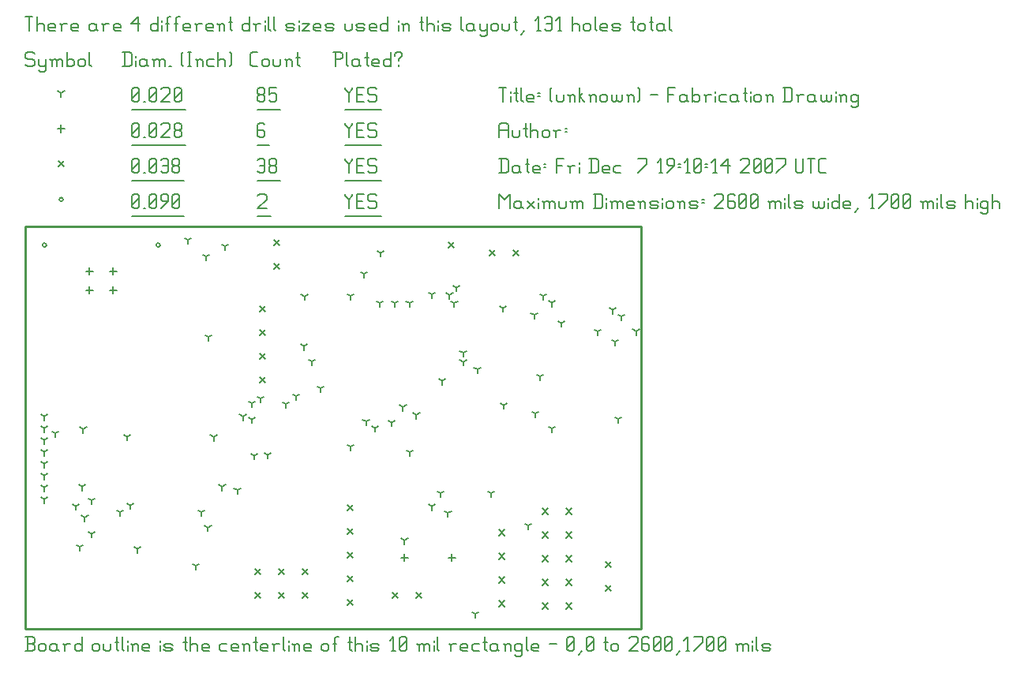
<source format=gbr>
G04 start of page 9 for group -3984 idx -3984
G04 Title: (unknown), fab *
G04 Creator: pcb 20070912 *
G04 CreationDate: Fri Dec  7 19:10:14 2007 UTC *
G04 For: sean *
G04 Format: Gerber/RS-274X *
G04 PCB-Dimensions: 260000 170000 *
G04 PCB-Coordinate-Origin: lower left *
%MOIN*%
%FSLAX24Y24*%
%LNFAB*%
%ADD11C,0.0100*%
%ADD43C,0.0060*%
%ADD44R,0.0080X0.0080*%
G54D44*X720Y16200D02*G75*G03X880Y16200I80J0D01*G01*
G75*G03X720Y16200I-80J0D01*G01*
X5520D02*G75*G03X5680Y16200I80J0D01*G01*
G75*G03X5520Y16200I-80J0D01*G01*
X1420Y18125D02*G75*G03X1580Y18125I80J0D01*G01*
G75*G03X1420Y18125I-80J0D01*G01*
G54D43*X13500Y18350D02*Y18275D01*
X13650Y18125D01*
X13800Y18275D01*
Y18350D02*Y18275D01*
X13650Y18125D02*Y17750D01*
X13980Y18050D02*X14205D01*
X13980Y17750D02*X14280D01*
X13980Y18350D02*Y17750D01*
Y18350D02*X14280D01*
X14760D02*X14835Y18275D01*
X14535Y18350D02*X14760D01*
X14460Y18275D02*X14535Y18350D01*
X14460Y18275D02*Y18125D01*
X14535Y18050D01*
X14760D01*
X14835Y17975D01*
Y17825D01*
X14760Y17750D02*X14835Y17825D01*
X14535Y17750D02*X14760D01*
X14460Y17825D02*X14535Y17750D01*
X13500Y17424D02*X15015D01*
X9800Y18275D02*X9875Y18350D01*
X10100D01*
X10175Y18275D01*
Y18125D01*
X9800Y17750D02*X10175Y18125D01*
X9800Y17750D02*X10175D01*
X9800Y17424D02*X10355D01*
X4500Y17825D02*X4575Y17750D01*
X4500Y18275D02*Y17825D01*
Y18275D02*X4575Y18350D01*
X4725D01*
X4800Y18275D01*
Y17825D01*
X4725Y17750D02*X4800Y17825D01*
X4575Y17750D02*X4725D01*
X4500Y17900D02*X4800Y18200D01*
X4980Y17750D02*X5055D01*
X5235Y17825D02*X5310Y17750D01*
X5235Y18275D02*Y17825D01*
Y18275D02*X5310Y18350D01*
X5460D01*
X5535Y18275D01*
Y17825D01*
X5460Y17750D02*X5535Y17825D01*
X5310Y17750D02*X5460D01*
X5235Y17900D02*X5535Y18200D01*
X5715Y17750D02*X6015Y18050D01*
Y18275D02*Y18050D01*
X5940Y18350D02*X6015Y18275D01*
X5790Y18350D02*X5940D01*
X5715Y18275D02*X5790Y18350D01*
X5715Y18275D02*Y18125D01*
X5790Y18050D01*
X6015D01*
X6195Y17825D02*X6270Y17750D01*
X6195Y18275D02*Y17825D01*
Y18275D02*X6270Y18350D01*
X6420D01*
X6495Y18275D01*
Y17825D01*
X6420Y17750D02*X6495Y17825D01*
X6270Y17750D02*X6420D01*
X6195Y17900D02*X6495Y18200D01*
X4500Y17424D02*X6675D01*
X17860Y16330D02*X18100Y16090D01*
X17860D02*X18100Y16330D01*
X10480Y16420D02*X10720Y16180D01*
X10480D02*X10720Y16420D01*
X10480Y15420D02*X10720Y15180D01*
X10480D02*X10720Y15420D01*
X19570Y15980D02*X19810Y15740D01*
X19570D02*X19810Y15980D01*
X20570D02*X20810Y15740D01*
X20570D02*X20810Y15980D01*
X19970Y4170D02*X20210Y3930D01*
X19970D02*X20210Y4170D01*
X19970Y3170D02*X20210Y2930D01*
X19970D02*X20210Y3170D01*
X19970Y2170D02*X20210Y1930D01*
X19970D02*X20210Y2170D01*
X19970Y1170D02*X20210Y930D01*
X19970D02*X20210Y1170D01*
X15480Y1520D02*X15720Y1280D01*
X15480D02*X15720Y1520D01*
X16480D02*X16720Y1280D01*
X16480D02*X16720Y1520D01*
X13580Y5220D02*X13820Y4980D01*
X13580D02*X13820Y5220D01*
X13580Y4220D02*X13820Y3980D01*
X13580D02*X13820Y4220D01*
X13580Y3220D02*X13820Y2980D01*
X13580D02*X13820Y3220D01*
X13580Y2220D02*X13820Y1980D01*
X13580D02*X13820Y2220D01*
X13580Y1220D02*X13820Y980D01*
X13580D02*X13820Y1220D01*
X24470Y1820D02*X24710Y1580D01*
X24470D02*X24710Y1820D01*
X24470Y2820D02*X24710Y2580D01*
X24470D02*X24710Y2820D01*
X9680Y1520D02*X9920Y1280D01*
X9680D02*X9920Y1520D01*
X9680Y2520D02*X9920Y2280D01*
X9680D02*X9920Y2520D01*
X10680Y1520D02*X10920Y1280D01*
X10680D02*X10920Y1520D01*
X10680Y2520D02*X10920Y2280D01*
X10680D02*X10920Y2520D01*
X11680Y1520D02*X11920Y1280D01*
X11680D02*X11920Y1520D01*
X11680Y2520D02*X11920Y2280D01*
X11680D02*X11920Y2520D01*
X21820Y5070D02*X22060Y4830D01*
X21820D02*X22060Y5070D01*
X22820D02*X23060Y4830D01*
X22820D02*X23060Y5070D01*
X21820Y4070D02*X22060Y3830D01*
X21820D02*X22060Y4070D01*
X22820D02*X23060Y3830D01*
X22820D02*X23060Y4070D01*
X21820Y3070D02*X22060Y2830D01*
X21820D02*X22060Y3070D01*
X22820D02*X23060Y2830D01*
X22820D02*X23060Y3070D01*
X21820Y2070D02*X22060Y1830D01*
X21820D02*X22060Y2070D01*
X22820D02*X23060Y1830D01*
X22820D02*X23060Y2070D01*
X21820Y1070D02*X22060Y830D01*
X21820D02*X22060Y1070D01*
X22820D02*X23060Y830D01*
X22820D02*X23060Y1070D01*
X9880Y13620D02*X10120Y13380D01*
X9880D02*X10120Y13620D01*
X9880Y12620D02*X10120Y12380D01*
X9880D02*X10120Y12620D01*
X9880Y11620D02*X10120Y11380D01*
X9880D02*X10120Y11620D01*
X9880Y10620D02*X10120Y10380D01*
X9880D02*X10120Y10620D01*
X1380Y19745D02*X1620Y19505D01*
X1380D02*X1620Y19745D01*
X13500Y19850D02*Y19775D01*
X13650Y19625D01*
X13800Y19775D01*
Y19850D02*Y19775D01*
X13650Y19625D02*Y19250D01*
X13980Y19550D02*X14205D01*
X13980Y19250D02*X14280D01*
X13980Y19850D02*Y19250D01*
Y19850D02*X14280D01*
X14760D02*X14835Y19775D01*
X14535Y19850D02*X14760D01*
X14460Y19775D02*X14535Y19850D01*
X14460Y19775D02*Y19625D01*
X14535Y19550D01*
X14760D01*
X14835Y19475D01*
Y19325D01*
X14760Y19250D02*X14835Y19325D01*
X14535Y19250D02*X14760D01*
X14460Y19325D02*X14535Y19250D01*
X13500Y18924D02*X15015D01*
X9800Y19775D02*X9875Y19850D01*
X10025D01*
X10100Y19775D01*
Y19325D01*
X10025Y19250D02*X10100Y19325D01*
X9875Y19250D02*X10025D01*
X9800Y19325D02*X9875Y19250D01*
Y19550D02*X10100D01*
X10280Y19325D02*X10355Y19250D01*
X10280Y19475D02*Y19325D01*
Y19475D02*X10355Y19550D01*
X10505D01*
X10580Y19475D01*
Y19325D01*
X10505Y19250D02*X10580Y19325D01*
X10355Y19250D02*X10505D01*
X10280Y19625D02*X10355Y19550D01*
X10280Y19775D02*Y19625D01*
Y19775D02*X10355Y19850D01*
X10505D01*
X10580Y19775D01*
Y19625D01*
X10505Y19550D02*X10580Y19625D01*
X9800Y18924D02*X10760D01*
X4500Y19325D02*X4575Y19250D01*
X4500Y19775D02*Y19325D01*
Y19775D02*X4575Y19850D01*
X4725D01*
X4800Y19775D01*
Y19325D01*
X4725Y19250D02*X4800Y19325D01*
X4575Y19250D02*X4725D01*
X4500Y19400D02*X4800Y19700D01*
X4980Y19250D02*X5055D01*
X5235Y19325D02*X5310Y19250D01*
X5235Y19775D02*Y19325D01*
Y19775D02*X5310Y19850D01*
X5460D01*
X5535Y19775D01*
Y19325D01*
X5460Y19250D02*X5535Y19325D01*
X5310Y19250D02*X5460D01*
X5235Y19400D02*X5535Y19700D01*
X5715Y19775D02*X5790Y19850D01*
X5940D01*
X6015Y19775D01*
Y19325D01*
X5940Y19250D02*X6015Y19325D01*
X5790Y19250D02*X5940D01*
X5715Y19325D02*X5790Y19250D01*
Y19550D02*X6015D01*
X6195Y19325D02*X6270Y19250D01*
X6195Y19475D02*Y19325D01*
Y19475D02*X6270Y19550D01*
X6420D01*
X6495Y19475D01*
Y19325D01*
X6420Y19250D02*X6495Y19325D01*
X6270Y19250D02*X6420D01*
X6195Y19625D02*X6270Y19550D01*
X6195Y19775D02*Y19625D01*
Y19775D02*X6270Y19850D01*
X6420D01*
X6495Y19775D01*
Y19625D01*
X6420Y19550D02*X6495Y19625D01*
X4500Y18924D02*X6675D01*
X2700Y14460D02*Y14140D01*
X2540Y14300D02*X2860D01*
X3700Y14460D02*Y14140D01*
X3540Y14300D02*X3860D01*
X3700Y15260D02*Y14940D01*
X3540Y15100D02*X3860D01*
X2700Y15260D02*Y14940D01*
X2540Y15100D02*X2860D01*
X18000Y3160D02*Y2840D01*
X17840Y3000D02*X18160D01*
X16000Y3160D02*Y2840D01*
X15840Y3000D02*X16160D01*
X1500Y21285D02*Y20965D01*
X1340Y21125D02*X1660D01*
X13500Y21350D02*Y21275D01*
X13650Y21125D01*
X13800Y21275D01*
Y21350D02*Y21275D01*
X13650Y21125D02*Y20750D01*
X13980Y21050D02*X14205D01*
X13980Y20750D02*X14280D01*
X13980Y21350D02*Y20750D01*
Y21350D02*X14280D01*
X14760D02*X14835Y21275D01*
X14535Y21350D02*X14760D01*
X14460Y21275D02*X14535Y21350D01*
X14460Y21275D02*Y21125D01*
X14535Y21050D01*
X14760D01*
X14835Y20975D01*
Y20825D01*
X14760Y20750D02*X14835Y20825D01*
X14535Y20750D02*X14760D01*
X14460Y20825D02*X14535Y20750D01*
X13500Y20424D02*X15015D01*
X10025Y21350D02*X10100Y21275D01*
X9875Y21350D02*X10025D01*
X9800Y21275D02*X9875Y21350D01*
X9800Y21275D02*Y20825D01*
X9875Y20750D01*
X10025Y21050D02*X10100Y20975D01*
X9800Y21050D02*X10025D01*
X9875Y20750D02*X10025D01*
X10100Y20825D01*
Y20975D02*Y20825D01*
X9800Y20424D02*X10280D01*
X4500Y20825D02*X4575Y20750D01*
X4500Y21275D02*Y20825D01*
Y21275D02*X4575Y21350D01*
X4725D01*
X4800Y21275D01*
Y20825D01*
X4725Y20750D02*X4800Y20825D01*
X4575Y20750D02*X4725D01*
X4500Y20900D02*X4800Y21200D01*
X4980Y20750D02*X5055D01*
X5235Y20825D02*X5310Y20750D01*
X5235Y21275D02*Y20825D01*
Y21275D02*X5310Y21350D01*
X5460D01*
X5535Y21275D01*
Y20825D01*
X5460Y20750D02*X5535Y20825D01*
X5310Y20750D02*X5460D01*
X5235Y20900D02*X5535Y21200D01*
X5715Y21275D02*X5790Y21350D01*
X6015D01*
X6090Y21275D01*
Y21125D01*
X5715Y20750D02*X6090Y21125D01*
X5715Y20750D02*X6090D01*
X6270Y20825D02*X6345Y20750D01*
X6270Y20975D02*Y20825D01*
Y20975D02*X6345Y21050D01*
X6495D01*
X6570Y20975D01*
Y20825D01*
X6495Y20750D02*X6570Y20825D01*
X6345Y20750D02*X6495D01*
X6270Y21125D02*X6345Y21050D01*
X6270Y21275D02*Y21125D01*
Y21275D02*X6345Y21350D01*
X6495D01*
X6570Y21275D01*
Y21125D01*
X6495Y21050D02*X6570Y21125D01*
X4500Y20424D02*X6750D01*
X780Y8960D02*Y8800D01*
Y8960D02*X918Y9040D01*
X780Y8960D02*X641Y9040D01*
X780Y8460D02*Y8300D01*
Y8460D02*X918Y8540D01*
X780Y8460D02*X641Y8540D01*
X780Y7960D02*Y7800D01*
Y7960D02*X918Y8040D01*
X780Y7960D02*X641Y8040D01*
X780Y7460D02*Y7300D01*
Y7460D02*X918Y7540D01*
X780Y7460D02*X641Y7540D01*
X780Y6960D02*Y6800D01*
Y6960D02*X918Y7040D01*
X780Y6960D02*X641Y7040D01*
X780Y6460D02*Y6300D01*
Y6460D02*X918Y6540D01*
X780Y6460D02*X641Y6540D01*
X780Y5960D02*Y5800D01*
Y5960D02*X918Y6040D01*
X780Y5960D02*X641Y6040D01*
X780Y5460D02*Y5300D01*
Y5460D02*X918Y5540D01*
X780Y5460D02*X641Y5540D01*
X14945Y13741D02*Y13581D01*
Y13741D02*X15083Y13821D01*
X14945Y13741D02*X14806Y13821D01*
X13720Y14040D02*Y13880D01*
Y14040D02*X13858Y14120D01*
X13720Y14040D02*X13581Y14120D01*
X12092Y11279D02*Y11119D01*
Y11279D02*X12231Y11359D01*
X12092Y11279D02*X11953Y11359D01*
X11770Y14029D02*Y13869D01*
Y14029D02*X11908Y14109D01*
X11770Y14029D02*X11631Y14109D01*
X16220Y7439D02*Y7279D01*
Y7439D02*X16358Y7519D01*
X16220Y7439D02*X16081Y7519D01*
X8300Y5994D02*Y5834D01*
Y5994D02*X8438Y6074D01*
X8300Y5994D02*X8161Y6074D01*
X2381Y5994D02*Y5834D01*
Y5994D02*X2520Y6074D01*
X2381Y5994D02*X2242Y6074D01*
X7610Y15720D02*Y15560D01*
Y15720D02*X7748Y15800D01*
X7610Y15720D02*X7471Y15800D01*
X8410Y16140D02*Y15980D01*
Y16140D02*X8548Y16220D01*
X8410Y16140D02*X8271Y16220D01*
X12443Y10137D02*Y9977D01*
Y10137D02*X12582Y10217D01*
X12443Y10137D02*X12305Y10217D01*
X8940Y5850D02*Y5690D01*
Y5850D02*X9078Y5930D01*
X8940Y5850D02*X8801Y5930D01*
X2432Y8422D02*Y8262D01*
Y8422D02*X2570Y8502D01*
X2432Y8422D02*X2293Y8502D01*
X1247Y8240D02*Y8080D01*
Y8240D02*X1386Y8320D01*
X1247Y8240D02*X1108Y8320D01*
X4710Y3360D02*Y3200D01*
Y3360D02*X4848Y3440D01*
X4710Y3360D02*X4571Y3440D01*
X2280D02*Y3280D01*
Y3440D02*X2418Y3520D01*
X2280Y3440D02*X2141Y3520D01*
X2789Y5409D02*Y5249D01*
Y5409D02*X2928Y5489D01*
X2789Y5409D02*X2651Y5489D01*
X2789Y4000D02*Y3840D01*
Y4000D02*X2928Y4080D01*
X2789Y4000D02*X2651Y4080D01*
X7180Y2650D02*Y2490D01*
Y2650D02*X7318Y2730D01*
X7180Y2650D02*X7041Y2730D01*
X17900Y14090D02*Y13930D01*
Y14090D02*X18038Y14170D01*
X17900Y14090D02*X17761Y14170D01*
X2115Y5165D02*Y5005D01*
Y5165D02*X2253Y5245D01*
X2115Y5165D02*X1976Y5245D01*
X2499Y4690D02*Y4530D01*
Y4690D02*X2638Y4770D01*
X2499Y4690D02*X2360Y4770D01*
X6850Y16420D02*Y16260D01*
Y16420D02*X6988Y16500D01*
X6850Y16420D02*X6711Y16500D01*
X14280Y14980D02*Y14820D01*
Y14980D02*X14418Y15060D01*
X14280Y14980D02*X14141Y15060D01*
X14980Y15867D02*Y15707D01*
Y15867D02*X15118Y15947D01*
X14980Y15867D02*X14841Y15947D01*
X15585Y13741D02*Y13581D01*
Y13741D02*X15723Y13821D01*
X15585Y13741D02*X15446Y13821D01*
X18190Y14400D02*Y14240D01*
Y14400D02*X18328Y14480D01*
X18190Y14400D02*X18051Y14480D01*
X18470Y11262D02*Y11102D01*
Y11262D02*X18608Y11342D01*
X18470Y11262D02*X18331Y11342D01*
X22230Y13760D02*Y13600D01*
Y13760D02*X22368Y13840D01*
X22230Y13760D02*X22091Y13840D01*
X16205Y13735D02*Y13575D01*
Y13735D02*X16343Y13815D01*
X16205Y13735D02*X16066Y13815D01*
X20160Y13530D02*Y13370D01*
Y13530D02*X20298Y13610D01*
X20160Y13530D02*X20021Y13610D01*
X18470Y11642D02*Y11482D01*
Y11642D02*X18608Y11722D01*
X18470Y11642D02*X18331Y11722D01*
X21470Y13250D02*Y13090D01*
Y13250D02*X21608Y13330D01*
X21470Y13250D02*X21331Y13330D01*
X19075Y10952D02*Y10792D01*
Y10952D02*X19213Y11032D01*
X19075Y10952D02*X18936Y11032D01*
X24160Y12535D02*Y12375D01*
Y12535D02*X24298Y12615D01*
X24160Y12535D02*X24021Y12615D01*
X21850Y14040D02*Y13880D01*
Y14040D02*X21988Y14120D01*
X21850Y14040D02*X21711Y14120D01*
X25165Y13175D02*Y13015D01*
Y13175D02*X25303Y13255D01*
X25165Y13175D02*X25026Y13255D01*
X22610Y12895D02*Y12735D01*
Y12895D02*X22748Y12975D01*
X22610Y12895D02*X22471Y12975D01*
X24785Y13455D02*Y13295D01*
Y13455D02*X24923Y13535D01*
X24785Y13455D02*X24646Y13535D01*
X21710Y10645D02*Y10485D01*
Y10645D02*X21848Y10725D01*
X21710Y10645D02*X21571Y10725D01*
X25020Y8840D02*Y8680D01*
Y8840D02*X25158Y8920D01*
X25020Y8840D02*X24881Y8920D01*
X18995Y619D02*Y459D01*
Y619D02*X19133Y699D01*
X18995Y619D02*X18856Y699D01*
X20190Y9430D02*Y9270D01*
Y9430D02*X20328Y9510D01*
X20190Y9430D02*X20051Y9510D01*
X21530Y9075D02*Y8915D01*
Y9075D02*X21668Y9155D01*
X21530Y9075D02*X21391Y9155D01*
X22212Y8445D02*Y8285D01*
Y8445D02*X22351Y8525D01*
X22212Y8445D02*X22073Y8525D01*
X17832Y4880D02*Y4720D01*
Y4880D02*X17971Y4960D01*
X17832Y4880D02*X17693Y4960D01*
X16000Y3722D02*Y3562D01*
Y3722D02*X16138Y3802D01*
X16000Y3722D02*X15861Y3802D01*
X10995Y9480D02*Y9320D01*
Y9480D02*X11133Y9560D01*
X10995Y9480D02*X10856Y9560D01*
X11410Y9809D02*Y9649D01*
Y9809D02*X11548Y9889D01*
X11410Y9809D02*X11271Y9889D01*
X11745Y11925D02*Y11765D01*
Y11925D02*X11883Y12005D01*
X11745Y11925D02*X11606Y12005D01*
X17145Y5160D02*Y5000D01*
Y5160D02*X17283Y5240D01*
X17145Y5160D02*X17006Y5240D01*
X17525Y5720D02*Y5560D01*
Y5720D02*X17663Y5800D01*
X17525Y5720D02*X17386Y5800D01*
X19660Y5720D02*Y5560D01*
Y5720D02*X19798Y5800D01*
X19660Y5720D02*X19521Y5800D01*
X9170Y8955D02*Y8795D01*
Y8955D02*X9308Y9035D01*
X9170Y8955D02*X9031Y9035D01*
X4430Y5197D02*Y5037D01*
Y5197D02*X4568Y5277D01*
X4430Y5197D02*X4291Y5277D01*
X7700Y4265D02*Y4105D01*
Y4265D02*X7838Y4345D01*
X7700Y4265D02*X7561Y4345D01*
X7940Y8091D02*Y7931D01*
Y8091D02*X8078Y8171D01*
X7940Y8091D02*X7801Y8171D01*
X4298Y8096D02*Y7936D01*
Y8096D02*X4436Y8176D01*
X4298Y8096D02*X4159Y8176D01*
X15935Y9355D02*Y9195D01*
Y9355D02*X16073Y9435D01*
X15935Y9355D02*X15796Y9435D01*
X7720Y12320D02*Y12160D01*
Y12320D02*X7858Y12400D01*
X7720Y12320D02*X7581Y12400D01*
X13715Y7670D02*Y7510D01*
Y7670D02*X13853Y7750D01*
X13715Y7670D02*X13576Y7750D01*
X9930Y9710D02*Y9550D01*
Y9710D02*X10068Y9790D01*
X9930Y9710D02*X9791Y9790D01*
X17585Y10458D02*Y10298D01*
Y10458D02*X17723Y10538D01*
X17585Y10458D02*X17446Y10538D01*
X17145Y14117D02*Y13957D01*
Y14117D02*X17283Y14197D01*
X17145Y14117D02*X17006Y14197D01*
X14375Y8745D02*Y8585D01*
Y8745D02*X14513Y8825D01*
X14375Y8745D02*X14236Y8825D01*
X9550Y9508D02*Y9348D01*
Y9508D02*X9688Y9588D01*
X9550Y9508D02*X9411Y9588D01*
X9550Y8831D02*Y8671D01*
Y8831D02*X9688Y8911D01*
X9550Y8831D02*X9411Y8911D01*
X14755Y8465D02*Y8305D01*
Y8465D02*X14893Y8545D01*
X14755Y8465D02*X14616Y8545D01*
X3980Y4917D02*Y4757D01*
Y4917D02*X4118Y4997D01*
X3980Y4917D02*X3841Y4997D01*
X7420Y4917D02*Y4757D01*
Y4917D02*X7558Y4997D01*
X7420Y4917D02*X7281Y4997D01*
X10210Y7332D02*Y7172D01*
Y7332D02*X10348Y7412D01*
X10210Y7332D02*X10071Y7412D01*
X16500Y9025D02*Y8865D01*
Y9025D02*X16638Y9105D01*
X16500Y9025D02*X16361Y9105D01*
X15462Y8695D02*Y8535D01*
Y8695D02*X15601Y8775D01*
X15462Y8695D02*X15324Y8775D01*
X9645Y7300D02*Y7140D01*
Y7300D02*X9783Y7380D01*
X9645Y7300D02*X9506Y7380D01*
X21230Y4350D02*Y4190D01*
Y4350D02*X21368Y4430D01*
X21230Y4350D02*X21091Y4430D01*
X24885Y12120D02*Y11960D01*
Y12120D02*X25023Y12200D01*
X24885Y12120D02*X24746Y12200D01*
X18100Y13735D02*Y13575D01*
Y13735D02*X18238Y13815D01*
X18100Y13735D02*X17961Y13815D01*
X25775Y12555D02*Y12395D01*
Y12555D02*X25914Y12635D01*
X25775Y12555D02*X25636Y12635D01*
X1500Y22625D02*Y22465D01*
Y22625D02*X1638Y22705D01*
X1500Y22625D02*X1361Y22705D01*
X13500Y22850D02*Y22775D01*
X13650Y22625D01*
X13800Y22775D01*
Y22850D02*Y22775D01*
X13650Y22625D02*Y22250D01*
X13980Y22550D02*X14205D01*
X13980Y22250D02*X14280D01*
X13980Y22850D02*Y22250D01*
Y22850D02*X14280D01*
X14760D02*X14835Y22775D01*
X14535Y22850D02*X14760D01*
X14460Y22775D02*X14535Y22850D01*
X14460Y22775D02*Y22625D01*
X14535Y22550D01*
X14760D01*
X14835Y22475D01*
Y22325D01*
X14760Y22250D02*X14835Y22325D01*
X14535Y22250D02*X14760D01*
X14460Y22325D02*X14535Y22250D01*
X13500Y21924D02*X15015D01*
X9800Y22325D02*X9875Y22250D01*
X9800Y22475D02*Y22325D01*
Y22475D02*X9875Y22550D01*
X10025D01*
X10100Y22475D01*
Y22325D01*
X10025Y22250D02*X10100Y22325D01*
X9875Y22250D02*X10025D01*
X9800Y22625D02*X9875Y22550D01*
X9800Y22775D02*Y22625D01*
Y22775D02*X9875Y22850D01*
X10025D01*
X10100Y22775D01*
Y22625D01*
X10025Y22550D02*X10100Y22625D01*
X10280Y22850D02*X10580D01*
X10280D02*Y22550D01*
X10355Y22625D01*
X10505D01*
X10580Y22550D01*
Y22325D01*
X10505Y22250D02*X10580Y22325D01*
X10355Y22250D02*X10505D01*
X10280Y22325D02*X10355Y22250D01*
X9800Y21924D02*X10760D01*
X4500Y22325D02*X4575Y22250D01*
X4500Y22775D02*Y22325D01*
Y22775D02*X4575Y22850D01*
X4725D01*
X4800Y22775D01*
Y22325D01*
X4725Y22250D02*X4800Y22325D01*
X4575Y22250D02*X4725D01*
X4500Y22400D02*X4800Y22700D01*
X4980Y22250D02*X5055D01*
X5235Y22325D02*X5310Y22250D01*
X5235Y22775D02*Y22325D01*
Y22775D02*X5310Y22850D01*
X5460D01*
X5535Y22775D01*
Y22325D01*
X5460Y22250D02*X5535Y22325D01*
X5310Y22250D02*X5460D01*
X5235Y22400D02*X5535Y22700D01*
X5715Y22775D02*X5790Y22850D01*
X6015D01*
X6090Y22775D01*
Y22625D01*
X5715Y22250D02*X6090Y22625D01*
X5715Y22250D02*X6090D01*
X6270Y22325D02*X6345Y22250D01*
X6270Y22775D02*Y22325D01*
Y22775D02*X6345Y22850D01*
X6495D01*
X6570Y22775D01*
Y22325D01*
X6495Y22250D02*X6570Y22325D01*
X6345Y22250D02*X6495D01*
X6270Y22400D02*X6570Y22700D01*
X4500Y21924D02*X6750D01*
X300Y24350D02*X375Y24275D01*
X75Y24350D02*X300D01*
X0Y24275D02*X75Y24350D01*
X0Y24275D02*Y24125D01*
X75Y24050D01*
X300D01*
X375Y23975D01*
Y23825D01*
X300Y23750D02*X375Y23825D01*
X75Y23750D02*X300D01*
X0Y23825D02*X75Y23750D01*
X555Y24050D02*Y23825D01*
X630Y23750D01*
X855Y24050D02*Y23600D01*
X780Y23525D02*X855Y23600D01*
X630Y23525D02*X780D01*
X555Y23600D02*X630Y23525D01*
Y23750D02*X780D01*
X855Y23825D01*
X1110Y23975D02*Y23750D01*
Y23975D02*X1185Y24050D01*
X1260D01*
X1335Y23975D01*
Y23750D01*
Y23975D02*X1410Y24050D01*
X1485D01*
X1560Y23975D01*
Y23750D01*
X1035Y24050D02*X1110Y23975D01*
X1740Y24350D02*Y23750D01*
Y23825D02*X1815Y23750D01*
X1965D01*
X2040Y23825D01*
Y23975D02*Y23825D01*
X1965Y24050D02*X2040Y23975D01*
X1815Y24050D02*X1965D01*
X1740Y23975D02*X1815Y24050D01*
X2220Y23975D02*Y23825D01*
Y23975D02*X2295Y24050D01*
X2445D01*
X2520Y23975D01*
Y23825D01*
X2445Y23750D02*X2520Y23825D01*
X2295Y23750D02*X2445D01*
X2220Y23825D02*X2295Y23750D01*
X2700Y24350D02*Y23825D01*
X2775Y23750D01*
X4175Y24350D02*Y23750D01*
X4400Y24350D02*X4475Y24275D01*
Y23825D01*
X4400Y23750D02*X4475Y23825D01*
X4100Y23750D02*X4400D01*
X4100Y24350D02*X4400D01*
X4655Y24200D02*Y24125D01*
Y23975D02*Y23750D01*
X5030Y24050D02*X5105Y23975D01*
X4880Y24050D02*X5030D01*
X4805Y23975D02*X4880Y24050D01*
X4805Y23975D02*Y23825D01*
X4880Y23750D01*
X5105Y24050D02*Y23825D01*
X5180Y23750D01*
X4880D02*X5030D01*
X5105Y23825D01*
X5435Y23975D02*Y23750D01*
Y23975D02*X5510Y24050D01*
X5585D01*
X5660Y23975D01*
Y23750D01*
Y23975D02*X5735Y24050D01*
X5810D01*
X5885Y23975D01*
Y23750D01*
X5360Y24050D02*X5435Y23975D01*
X6065Y23750D02*X6140D01*
X6590Y23825D02*X6665Y23750D01*
X6590Y24275D02*X6665Y24350D01*
X6590Y24275D02*Y23825D01*
X6845Y24350D02*X6995D01*
X6920D02*Y23750D01*
X6845D02*X6995D01*
X7251Y23975D02*Y23750D01*
Y23975D02*X7326Y24050D01*
X7401D01*
X7476Y23975D01*
Y23750D01*
X7176Y24050D02*X7251Y23975D01*
X7731Y24050D02*X7956D01*
X7656Y23975D02*X7731Y24050D01*
X7656Y23975D02*Y23825D01*
X7731Y23750D01*
X7956D01*
X8136Y24350D02*Y23750D01*
Y23975D02*X8211Y24050D01*
X8361D01*
X8436Y23975D01*
Y23750D01*
X8616Y24350D02*X8691Y24275D01*
Y23825D01*
X8616Y23750D02*X8691Y23825D01*
X9575Y23750D02*X9800D01*
X9500Y23825D02*X9575Y23750D01*
X9500Y24275D02*Y23825D01*
Y24275D02*X9575Y24350D01*
X9800D01*
X9980Y23975D02*Y23825D01*
Y23975D02*X10055Y24050D01*
X10205D01*
X10280Y23975D01*
Y23825D01*
X10205Y23750D02*X10280Y23825D01*
X10055Y23750D02*X10205D01*
X9980Y23825D02*X10055Y23750D01*
X10460Y24050D02*Y23825D01*
X10535Y23750D01*
X10685D01*
X10760Y23825D01*
Y24050D02*Y23825D01*
X11015Y23975D02*Y23750D01*
Y23975D02*X11090Y24050D01*
X11165D01*
X11240Y23975D01*
Y23750D01*
X10940Y24050D02*X11015Y23975D01*
X11495Y24350D02*Y23825D01*
X11570Y23750D01*
X11420Y24125D02*X11570D01*
X13075Y24350D02*Y23750D01*
X13000Y24350D02*X13300D01*
X13375Y24275D01*
Y24125D01*
X13300Y24050D02*X13375Y24125D01*
X13075Y24050D02*X13300D01*
X13555Y24350D02*Y23825D01*
X13630Y23750D01*
X14005Y24050D02*X14080Y23975D01*
X13855Y24050D02*X14005D01*
X13780Y23975D02*X13855Y24050D01*
X13780Y23975D02*Y23825D01*
X13855Y23750D01*
X14080Y24050D02*Y23825D01*
X14155Y23750D01*
X13855D02*X14005D01*
X14080Y23825D01*
X14410Y24350D02*Y23825D01*
X14485Y23750D01*
X14335Y24125D02*X14485D01*
X14710Y23750D02*X14935D01*
X14635Y23825D02*X14710Y23750D01*
X14635Y23975D02*Y23825D01*
Y23975D02*X14710Y24050D01*
X14860D01*
X14935Y23975D01*
X14635Y23900D02*X14935D01*
Y23975D02*Y23900D01*
X15415Y24350D02*Y23750D01*
X15340D02*X15415Y23825D01*
X15190Y23750D02*X15340D01*
X15115Y23825D02*X15190Y23750D01*
X15115Y23975D02*Y23825D01*
Y23975D02*X15190Y24050D01*
X15340D01*
X15415Y23975D01*
X15745Y24050D02*Y23975D01*
Y23825D02*Y23750D01*
X15595Y24275D02*Y24200D01*
Y24275D02*X15670Y24350D01*
X15820D01*
X15895Y24275D01*
Y24200D01*
X15745Y24050D02*X15895Y24200D01*
X0Y25850D02*X300D01*
X150D02*Y25250D01*
X480Y25850D02*Y25250D01*
Y25475D02*X555Y25550D01*
X705D01*
X780Y25475D01*
Y25250D01*
X1035D02*X1260D01*
X960Y25325D02*X1035Y25250D01*
X960Y25475D02*Y25325D01*
Y25475D02*X1035Y25550D01*
X1185D01*
X1260Y25475D01*
X960Y25400D02*X1260D01*
Y25475D02*Y25400D01*
X1515Y25475D02*Y25250D01*
Y25475D02*X1590Y25550D01*
X1740D01*
X1440D02*X1515Y25475D01*
X1995Y25250D02*X2220D01*
X1920Y25325D02*X1995Y25250D01*
X1920Y25475D02*Y25325D01*
Y25475D02*X1995Y25550D01*
X2145D01*
X2220Y25475D01*
X1920Y25400D02*X2220D01*
Y25475D02*Y25400D01*
X2895Y25550D02*X2970Y25475D01*
X2745Y25550D02*X2895D01*
X2670Y25475D02*X2745Y25550D01*
X2670Y25475D02*Y25325D01*
X2745Y25250D01*
X2970Y25550D02*Y25325D01*
X3045Y25250D01*
X2745D02*X2895D01*
X2970Y25325D01*
X3300Y25475D02*Y25250D01*
Y25475D02*X3375Y25550D01*
X3525D01*
X3225D02*X3300Y25475D01*
X3781Y25250D02*X4006D01*
X3706Y25325D02*X3781Y25250D01*
X3706Y25475D02*Y25325D01*
Y25475D02*X3781Y25550D01*
X3931D01*
X4006Y25475D01*
X3706Y25400D02*X4006D01*
Y25475D02*Y25400D01*
X4456Y25550D02*X4756Y25850D01*
X4456Y25550D02*X4831D01*
X4756Y25850D02*Y25250D01*
X5581Y25850D02*Y25250D01*
X5506D02*X5581Y25325D01*
X5356Y25250D02*X5506D01*
X5281Y25325D02*X5356Y25250D01*
X5281Y25475D02*Y25325D01*
Y25475D02*X5356Y25550D01*
X5506D01*
X5581Y25475D01*
X5761Y25700D02*Y25625D01*
Y25475D02*Y25250D01*
X5986Y25775D02*Y25250D01*
Y25775D02*X6061Y25850D01*
X6136D01*
X5911Y25550D02*X6061D01*
X6361Y25775D02*Y25250D01*
Y25775D02*X6436Y25850D01*
X6511D01*
X6286Y25550D02*X6436D01*
X6736Y25250D02*X6961D01*
X6661Y25325D02*X6736Y25250D01*
X6661Y25475D02*Y25325D01*
Y25475D02*X6736Y25550D01*
X6886D01*
X6961Y25475D01*
X6661Y25400D02*X6961D01*
Y25475D02*Y25400D01*
X7217Y25475D02*Y25250D01*
Y25475D02*X7292Y25550D01*
X7442D01*
X7142D02*X7217Y25475D01*
X7697Y25250D02*X7922D01*
X7622Y25325D02*X7697Y25250D01*
X7622Y25475D02*Y25325D01*
Y25475D02*X7697Y25550D01*
X7847D01*
X7922Y25475D01*
X7622Y25400D02*X7922D01*
Y25475D02*Y25400D01*
X8177Y25475D02*Y25250D01*
Y25475D02*X8252Y25550D01*
X8327D01*
X8402Y25475D01*
Y25250D01*
X8102Y25550D02*X8177Y25475D01*
X8657Y25850D02*Y25325D01*
X8732Y25250D01*
X8582Y25625D02*X8732D01*
X9452Y25850D02*Y25250D01*
X9377D02*X9452Y25325D01*
X9227Y25250D02*X9377D01*
X9152Y25325D02*X9227Y25250D01*
X9152Y25475D02*Y25325D01*
Y25475D02*X9227Y25550D01*
X9377D01*
X9452Y25475D01*
X9707D02*Y25250D01*
Y25475D02*X9782Y25550D01*
X9932D01*
X9632D02*X9707Y25475D01*
X10113Y25700D02*Y25625D01*
Y25475D02*Y25250D01*
X10263Y25850D02*Y25325D01*
X10338Y25250D01*
X10488Y25850D02*Y25325D01*
X10563Y25250D01*
X11058D02*X11283D01*
X11358Y25325D01*
X11283Y25400D02*X11358Y25325D01*
X11058Y25400D02*X11283D01*
X10983Y25475D02*X11058Y25400D01*
X10983Y25475D02*X11058Y25550D01*
X11283D01*
X11358Y25475D01*
X10983Y25325D02*X11058Y25250D01*
X11538Y25700D02*Y25625D01*
Y25475D02*Y25250D01*
X11688Y25550D02*X11988D01*
X11688Y25250D02*X11988Y25550D01*
X11688Y25250D02*X11988D01*
X12243D02*X12468D01*
X12168Y25325D02*X12243Y25250D01*
X12168Y25475D02*Y25325D01*
Y25475D02*X12243Y25550D01*
X12393D01*
X12468Y25475D01*
X12168Y25400D02*X12468D01*
Y25475D02*Y25400D01*
X12724Y25250D02*X12949D01*
X13024Y25325D01*
X12949Y25400D02*X13024Y25325D01*
X12724Y25400D02*X12949D01*
X12649Y25475D02*X12724Y25400D01*
X12649Y25475D02*X12724Y25550D01*
X12949D01*
X13024Y25475D01*
X12649Y25325D02*X12724Y25250D01*
X13474Y25550D02*Y25325D01*
X13549Y25250D01*
X13699D01*
X13774Y25325D01*
Y25550D02*Y25325D01*
X14029Y25250D02*X14254D01*
X14329Y25325D01*
X14254Y25400D02*X14329Y25325D01*
X14029Y25400D02*X14254D01*
X13954Y25475D02*X14029Y25400D01*
X13954Y25475D02*X14029Y25550D01*
X14254D01*
X14329Y25475D01*
X13954Y25325D02*X14029Y25250D01*
X14584D02*X14809D01*
X14509Y25325D02*X14584Y25250D01*
X14509Y25475D02*Y25325D01*
Y25475D02*X14584Y25550D01*
X14734D01*
X14809Y25475D01*
X14509Y25400D02*X14809D01*
Y25475D02*Y25400D01*
X15289Y25850D02*Y25250D01*
X15214D02*X15289Y25325D01*
X15064Y25250D02*X15214D01*
X14989Y25325D02*X15064Y25250D01*
X14989Y25475D02*Y25325D01*
Y25475D02*X15064Y25550D01*
X15214D01*
X15289Y25475D01*
X15739Y25700D02*Y25625D01*
Y25475D02*Y25250D01*
X15964Y25475D02*Y25250D01*
Y25475D02*X16039Y25550D01*
X16114D01*
X16189Y25475D01*
Y25250D01*
X15889Y25550D02*X15964Y25475D01*
X16715Y25850D02*Y25325D01*
X16790Y25250D01*
X16640Y25625D02*X16790D01*
X16940Y25850D02*Y25250D01*
Y25475D02*X17015Y25550D01*
X17165D01*
X17240Y25475D01*
Y25250D01*
X17420Y25700D02*Y25625D01*
Y25475D02*Y25250D01*
X17645D02*X17870D01*
X17945Y25325D01*
X17870Y25400D02*X17945Y25325D01*
X17645Y25400D02*X17870D01*
X17570Y25475D02*X17645Y25400D01*
X17570Y25475D02*X17645Y25550D01*
X17870D01*
X17945Y25475D01*
X17570Y25325D02*X17645Y25250D01*
X18395Y25850D02*Y25325D01*
X18470Y25250D01*
X18845Y25550D02*X18920Y25475D01*
X18695Y25550D02*X18845D01*
X18620Y25475D02*X18695Y25550D01*
X18620Y25475D02*Y25325D01*
X18695Y25250D01*
X18920Y25550D02*Y25325D01*
X18995Y25250D01*
X18695D02*X18845D01*
X18920Y25325D01*
X19176Y25550D02*Y25325D01*
X19251Y25250D01*
X19476Y25550D02*Y25100D01*
X19401Y25025D02*X19476Y25100D01*
X19251Y25025D02*X19401D01*
X19176Y25100D02*X19251Y25025D01*
Y25250D02*X19401D01*
X19476Y25325D01*
X19656Y25475D02*Y25325D01*
Y25475D02*X19731Y25550D01*
X19881D01*
X19956Y25475D01*
Y25325D01*
X19881Y25250D02*X19956Y25325D01*
X19731Y25250D02*X19881D01*
X19656Y25325D02*X19731Y25250D01*
X20136Y25550D02*Y25325D01*
X20211Y25250D01*
X20361D01*
X20436Y25325D01*
Y25550D02*Y25325D01*
X20691Y25850D02*Y25325D01*
X20766Y25250D01*
X20616Y25625D02*X20766D01*
X20916Y25100D02*X21066Y25250D01*
X21591D02*X21741D01*
X21666Y25850D02*Y25250D01*
X21516Y25700D02*X21666Y25850D01*
X21921Y25775D02*X21996Y25850D01*
X22146D01*
X22221Y25775D01*
Y25325D01*
X22146Y25250D02*X22221Y25325D01*
X21996Y25250D02*X22146D01*
X21921Y25325D02*X21996Y25250D01*
Y25550D02*X22221D01*
X22477Y25250D02*X22627D01*
X22552Y25850D02*Y25250D01*
X22402Y25700D02*X22552Y25850D01*
X23077D02*Y25250D01*
Y25475D02*X23152Y25550D01*
X23302D01*
X23377Y25475D01*
Y25250D01*
X23557Y25475D02*Y25325D01*
Y25475D02*X23632Y25550D01*
X23782D01*
X23857Y25475D01*
Y25325D01*
X23782Y25250D02*X23857Y25325D01*
X23632Y25250D02*X23782D01*
X23557Y25325D02*X23632Y25250D01*
X24037Y25850D02*Y25325D01*
X24112Y25250D01*
X24337D02*X24562D01*
X24262Y25325D02*X24337Y25250D01*
X24262Y25475D02*Y25325D01*
Y25475D02*X24337Y25550D01*
X24487D01*
X24562Y25475D01*
X24262Y25400D02*X24562D01*
Y25475D02*Y25400D01*
X24817Y25250D02*X25042D01*
X25117Y25325D01*
X25042Y25400D02*X25117Y25325D01*
X24817Y25400D02*X25042D01*
X24742Y25475D02*X24817Y25400D01*
X24742Y25475D02*X24817Y25550D01*
X25042D01*
X25117Y25475D01*
X24742Y25325D02*X24817Y25250D01*
X25642Y25850D02*Y25325D01*
X25717Y25250D01*
X25567Y25625D02*X25717D01*
X25868Y25475D02*Y25325D01*
Y25475D02*X25943Y25550D01*
X26093D01*
X26168Y25475D01*
Y25325D01*
X26093Y25250D02*X26168Y25325D01*
X25943Y25250D02*X26093D01*
X25868Y25325D02*X25943Y25250D01*
X26423Y25850D02*Y25325D01*
X26498Y25250D01*
X26348Y25625D02*X26498D01*
X26873Y25550D02*X26948Y25475D01*
X26723Y25550D02*X26873D01*
X26648Y25475D02*X26723Y25550D01*
X26648Y25475D02*Y25325D01*
X26723Y25250D01*
X26948Y25550D02*Y25325D01*
X27023Y25250D01*
X26723D02*X26873D01*
X26948Y25325D01*
X27203Y25850D02*Y25325D01*
X27278Y25250D01*
G54D11*X0Y17000D02*X26000D01*
X0D02*Y0D01*
X26000Y17000D02*Y0D01*
X0D02*X26000D01*
G54D43*X20000Y18350D02*Y17750D01*
Y18350D02*X20225Y18125D01*
X20450Y18350D01*
Y17750D01*
X20855Y18050D02*X20930Y17975D01*
X20705Y18050D02*X20855D01*
X20630Y17975D02*X20705Y18050D01*
X20630Y17975D02*Y17825D01*
X20705Y17750D01*
X20930Y18050D02*Y17825D01*
X21005Y17750D01*
X20705D02*X20855D01*
X20930Y17825D01*
X21185Y18050D02*X21485Y17750D01*
X21185D02*X21485Y18050D01*
X21665Y18200D02*Y18125D01*
Y17975D02*Y17750D01*
X21890Y17975D02*Y17750D01*
Y17975D02*X21965Y18050D01*
X22040D01*
X22115Y17975D01*
Y17750D01*
Y17975D02*X22190Y18050D01*
X22265D01*
X22340Y17975D01*
Y17750D01*
X21815Y18050D02*X21890Y17975D01*
X22520Y18050D02*Y17825D01*
X22595Y17750D01*
X22745D01*
X22820Y17825D01*
Y18050D02*Y17825D01*
X23075Y17975D02*Y17750D01*
Y17975D02*X23150Y18050D01*
X23225D01*
X23300Y17975D01*
Y17750D01*
Y17975D02*X23375Y18050D01*
X23450D01*
X23525Y17975D01*
Y17750D01*
X23000Y18050D02*X23075Y17975D01*
X24051Y18350D02*Y17750D01*
X24276Y18350D02*X24351Y18275D01*
Y17825D01*
X24276Y17750D02*X24351Y17825D01*
X23976Y17750D02*X24276D01*
X23976Y18350D02*X24276D01*
X24531Y18200D02*Y18125D01*
Y17975D02*Y17750D01*
X24756Y17975D02*Y17750D01*
Y17975D02*X24831Y18050D01*
X24906D01*
X24981Y17975D01*
Y17750D01*
Y17975D02*X25056Y18050D01*
X25131D01*
X25206Y17975D01*
Y17750D01*
X24681Y18050D02*X24756Y17975D01*
X25461Y17750D02*X25686D01*
X25386Y17825D02*X25461Y17750D01*
X25386Y17975D02*Y17825D01*
Y17975D02*X25461Y18050D01*
X25611D01*
X25686Y17975D01*
X25386Y17900D02*X25686D01*
Y17975D02*Y17900D01*
X25941Y17975D02*Y17750D01*
Y17975D02*X26016Y18050D01*
X26091D01*
X26166Y17975D01*
Y17750D01*
X25866Y18050D02*X25941Y17975D01*
X26421Y17750D02*X26646D01*
X26721Y17825D01*
X26646Y17900D02*X26721Y17825D01*
X26421Y17900D02*X26646D01*
X26346Y17975D02*X26421Y17900D01*
X26346Y17975D02*X26421Y18050D01*
X26646D01*
X26721Y17975D01*
X26346Y17825D02*X26421Y17750D01*
X26901Y18200D02*Y18125D01*
Y17975D02*Y17750D01*
X27052Y17975D02*Y17825D01*
Y17975D02*X27127Y18050D01*
X27277D01*
X27352Y17975D01*
Y17825D01*
X27277Y17750D02*X27352Y17825D01*
X27127Y17750D02*X27277D01*
X27052Y17825D02*X27127Y17750D01*
X27607Y17975D02*Y17750D01*
Y17975D02*X27682Y18050D01*
X27757D01*
X27832Y17975D01*
Y17750D01*
X27532Y18050D02*X27607Y17975D01*
X28087Y17750D02*X28312D01*
X28387Y17825D01*
X28312Y17900D02*X28387Y17825D01*
X28087Y17900D02*X28312D01*
X28012Y17975D02*X28087Y17900D01*
X28012Y17975D02*X28087Y18050D01*
X28312D01*
X28387Y17975D01*
X28012Y17825D02*X28087Y17750D01*
X28567Y18125D02*X28642D01*
X28567Y17975D02*X28642D01*
X29092Y18275D02*X29167Y18350D01*
X29392D01*
X29467Y18275D01*
Y18125D01*
X29092Y17750D02*X29467Y18125D01*
X29092Y17750D02*X29467D01*
X29872Y18350D02*X29947Y18275D01*
X29722Y18350D02*X29872D01*
X29647Y18275D02*X29722Y18350D01*
X29647Y18275D02*Y17825D01*
X29722Y17750D01*
X29872Y18050D02*X29947Y17975D01*
X29647Y18050D02*X29872D01*
X29722Y17750D02*X29872D01*
X29947Y17825D01*
Y17975D02*Y17825D01*
X30128D02*X30203Y17750D01*
X30128Y18275D02*Y17825D01*
Y18275D02*X30203Y18350D01*
X30353D01*
X30428Y18275D01*
Y17825D01*
X30353Y17750D02*X30428Y17825D01*
X30203Y17750D02*X30353D01*
X30128Y17900D02*X30428Y18200D01*
X30608Y17825D02*X30683Y17750D01*
X30608Y18275D02*Y17825D01*
Y18275D02*X30683Y18350D01*
X30833D01*
X30908Y18275D01*
Y17825D01*
X30833Y17750D02*X30908Y17825D01*
X30683Y17750D02*X30833D01*
X30608Y17900D02*X30908Y18200D01*
X31433Y17975D02*Y17750D01*
Y17975D02*X31508Y18050D01*
X31583D01*
X31658Y17975D01*
Y17750D01*
Y17975D02*X31733Y18050D01*
X31808D01*
X31883Y17975D01*
Y17750D01*
X31358Y18050D02*X31433Y17975D01*
X32063Y18200D02*Y18125D01*
Y17975D02*Y17750D01*
X32213Y18350D02*Y17825D01*
X32288Y17750D01*
X32513D02*X32738D01*
X32813Y17825D01*
X32738Y17900D02*X32813Y17825D01*
X32513Y17900D02*X32738D01*
X32438Y17975D02*X32513Y17900D01*
X32438Y17975D02*X32513Y18050D01*
X32738D01*
X32813Y17975D01*
X32438Y17825D02*X32513Y17750D01*
X33263Y18050D02*Y17825D01*
X33338Y17750D01*
X33413D01*
X33488Y17825D01*
Y18050D02*Y17825D01*
X33563Y17750D01*
X33638D01*
X33713Y17825D01*
Y18050D02*Y17825D01*
X33894Y18200D02*Y18125D01*
Y17975D02*Y17750D01*
X34344Y18350D02*Y17750D01*
X34269D02*X34344Y17825D01*
X34119Y17750D02*X34269D01*
X34044Y17825D02*X34119Y17750D01*
X34044Y17975D02*Y17825D01*
Y17975D02*X34119Y18050D01*
X34269D01*
X34344Y17975D01*
X34599Y17750D02*X34824D01*
X34524Y17825D02*X34599Y17750D01*
X34524Y17975D02*Y17825D01*
Y17975D02*X34599Y18050D01*
X34749D01*
X34824Y17975D01*
X34524Y17900D02*X34824D01*
Y17975D02*Y17900D01*
X35004Y17600D02*X35154Y17750D01*
X35679D02*X35829D01*
X35754Y18350D02*Y17750D01*
X35604Y18200D02*X35754Y18350D01*
X36009Y17750D02*X36384Y18125D01*
Y18350D02*Y18125D01*
X36009Y18350D02*X36384D01*
X36564Y17825D02*X36639Y17750D01*
X36564Y18275D02*Y17825D01*
Y18275D02*X36639Y18350D01*
X36789D01*
X36864Y18275D01*
Y17825D01*
X36789Y17750D02*X36864Y17825D01*
X36639Y17750D02*X36789D01*
X36564Y17900D02*X36864Y18200D01*
X37045Y17825D02*X37120Y17750D01*
X37045Y18275D02*Y17825D01*
Y18275D02*X37120Y18350D01*
X37270D01*
X37345Y18275D01*
Y17825D01*
X37270Y17750D02*X37345Y17825D01*
X37120Y17750D02*X37270D01*
X37045Y17900D02*X37345Y18200D01*
X37870Y17975D02*Y17750D01*
Y17975D02*X37945Y18050D01*
X38020D01*
X38095Y17975D01*
Y17750D01*
Y17975D02*X38170Y18050D01*
X38245D01*
X38320Y17975D01*
Y17750D01*
X37795Y18050D02*X37870Y17975D01*
X38500Y18200D02*Y18125D01*
Y17975D02*Y17750D01*
X38650Y18350D02*Y17825D01*
X38725Y17750D01*
X38950D02*X39175D01*
X39250Y17825D01*
X39175Y17900D02*X39250Y17825D01*
X38950Y17900D02*X39175D01*
X38875Y17975D02*X38950Y17900D01*
X38875Y17975D02*X38950Y18050D01*
X39175D01*
X39250Y17975D01*
X38875Y17825D02*X38950Y17750D01*
X39700Y18350D02*Y17750D01*
Y17975D02*X39775Y18050D01*
X39925D01*
X40000Y17975D01*
Y17750D01*
X40181Y18200D02*Y18125D01*
Y17975D02*Y17750D01*
X40556Y18050D02*X40631Y17975D01*
X40406Y18050D02*X40556D01*
X40331Y17975D02*X40406Y18050D01*
X40331Y17975D02*Y17825D01*
X40406Y17750D01*
X40556D01*
X40631Y17825D01*
X40331Y17600D02*X40406Y17525D01*
X40556D01*
X40631Y17600D01*
Y18050D02*Y17600D01*
X40811Y18350D02*Y17750D01*
Y17975D02*X40886Y18050D01*
X41036D01*
X41111Y17975D01*
Y17750D01*
X0Y-950D02*X300D01*
X375Y-875D01*
Y-725D02*Y-875D01*
X300Y-650D02*X375Y-725D01*
X75Y-650D02*X300D01*
X75Y-350D02*Y-950D01*
X0Y-350D02*X300D01*
X375Y-425D01*
Y-575D01*
X300Y-650D02*X375Y-575D01*
X555Y-725D02*Y-875D01*
Y-725D02*X630Y-650D01*
X780D01*
X855Y-725D01*
Y-875D01*
X780Y-950D02*X855Y-875D01*
X630Y-950D02*X780D01*
X555Y-875D02*X630Y-950D01*
X1260Y-650D02*X1335Y-725D01*
X1110Y-650D02*X1260D01*
X1035Y-725D02*X1110Y-650D01*
X1035Y-725D02*Y-875D01*
X1110Y-950D01*
X1335Y-650D02*Y-875D01*
X1410Y-950D01*
X1110D02*X1260D01*
X1335Y-875D01*
X1665Y-725D02*Y-950D01*
Y-725D02*X1740Y-650D01*
X1890D01*
X1590D02*X1665Y-725D01*
X2370Y-350D02*Y-950D01*
X2295D02*X2370Y-875D01*
X2145Y-950D02*X2295D01*
X2070Y-875D02*X2145Y-950D01*
X2070Y-725D02*Y-875D01*
Y-725D02*X2145Y-650D01*
X2295D01*
X2370Y-725D01*
X2820D02*Y-875D01*
Y-725D02*X2895Y-650D01*
X3045D01*
X3120Y-725D01*
Y-875D01*
X3045Y-950D02*X3120Y-875D01*
X2895Y-950D02*X3045D01*
X2820Y-875D02*X2895Y-950D01*
X3300Y-650D02*Y-875D01*
X3375Y-950D01*
X3525D01*
X3600Y-875D01*
Y-650D02*Y-875D01*
X3856Y-350D02*Y-875D01*
X3931Y-950D01*
X3781Y-575D02*X3931D01*
X4081Y-350D02*Y-875D01*
X4156Y-950D01*
X4306Y-500D02*Y-575D01*
Y-725D02*Y-950D01*
X4531Y-725D02*Y-950D01*
Y-725D02*X4606Y-650D01*
X4681D01*
X4756Y-725D01*
Y-950D01*
X4456Y-650D02*X4531Y-725D01*
X5011Y-950D02*X5236D01*
X4936Y-875D02*X5011Y-950D01*
X4936Y-725D02*Y-875D01*
Y-725D02*X5011Y-650D01*
X5161D01*
X5236Y-725D01*
X4936Y-800D02*X5236D01*
Y-725D02*Y-800D01*
X5686Y-500D02*Y-575D01*
Y-725D02*Y-950D01*
X5911D02*X6136D01*
X6211Y-875D01*
X6136Y-800D02*X6211Y-875D01*
X5911Y-800D02*X6136D01*
X5836Y-725D02*X5911Y-800D01*
X5836Y-725D02*X5911Y-650D01*
X6136D01*
X6211Y-725D01*
X5836Y-875D02*X5911Y-950D01*
X6737Y-350D02*Y-875D01*
X6812Y-950D01*
X6662Y-575D02*X6812D01*
X6962Y-350D02*Y-950D01*
Y-725D02*X7037Y-650D01*
X7187D01*
X7262Y-725D01*
Y-950D01*
X7517D02*X7742D01*
X7442Y-875D02*X7517Y-950D01*
X7442Y-725D02*Y-875D01*
Y-725D02*X7517Y-650D01*
X7667D01*
X7742Y-725D01*
X7442Y-800D02*X7742D01*
Y-725D02*Y-800D01*
X8267Y-650D02*X8492D01*
X8192Y-725D02*X8267Y-650D01*
X8192Y-725D02*Y-875D01*
X8267Y-950D01*
X8492D01*
X8747D02*X8972D01*
X8672Y-875D02*X8747Y-950D01*
X8672Y-725D02*Y-875D01*
Y-725D02*X8747Y-650D01*
X8897D01*
X8972Y-725D01*
X8672Y-800D02*X8972D01*
Y-725D02*Y-800D01*
X9227Y-725D02*Y-950D01*
Y-725D02*X9302Y-650D01*
X9377D01*
X9452Y-725D01*
Y-950D01*
X9152Y-650D02*X9227Y-725D01*
X9708Y-350D02*Y-875D01*
X9783Y-950D01*
X9633Y-575D02*X9783D01*
X10008Y-950D02*X10233D01*
X9933Y-875D02*X10008Y-950D01*
X9933Y-725D02*Y-875D01*
Y-725D02*X10008Y-650D01*
X10158D01*
X10233Y-725D01*
X9933Y-800D02*X10233D01*
Y-725D02*Y-800D01*
X10488Y-725D02*Y-950D01*
Y-725D02*X10563Y-650D01*
X10713D01*
X10413D02*X10488Y-725D01*
X10893Y-350D02*Y-875D01*
X10968Y-950D01*
X11118Y-500D02*Y-575D01*
Y-725D02*Y-950D01*
X11343Y-725D02*Y-950D01*
Y-725D02*X11418Y-650D01*
X11493D01*
X11568Y-725D01*
Y-950D01*
X11268Y-650D02*X11343Y-725D01*
X11823Y-950D02*X12048D01*
X11748Y-875D02*X11823Y-950D01*
X11748Y-725D02*Y-875D01*
Y-725D02*X11823Y-650D01*
X11973D01*
X12048Y-725D01*
X11748Y-800D02*X12048D01*
Y-725D02*Y-800D01*
X12499Y-725D02*Y-875D01*
Y-725D02*X12574Y-650D01*
X12724D01*
X12799Y-725D01*
Y-875D01*
X12724Y-950D02*X12799Y-875D01*
X12574Y-950D02*X12724D01*
X12499Y-875D02*X12574Y-950D01*
X13054Y-425D02*Y-950D01*
Y-425D02*X13129Y-350D01*
X13204D01*
X12979Y-650D02*X13129D01*
X13699Y-350D02*Y-875D01*
X13774Y-950D01*
X13624Y-575D02*X13774D01*
X13924Y-350D02*Y-950D01*
Y-725D02*X13999Y-650D01*
X14149D01*
X14224Y-725D01*
Y-950D01*
X14404Y-500D02*Y-575D01*
Y-725D02*Y-950D01*
X14629D02*X14854D01*
X14929Y-875D01*
X14854Y-800D02*X14929Y-875D01*
X14629Y-800D02*X14854D01*
X14554Y-725D02*X14629Y-800D01*
X14554Y-725D02*X14629Y-650D01*
X14854D01*
X14929Y-725D01*
X14554Y-875D02*X14629Y-950D01*
X15454D02*X15604D01*
X15529Y-350D02*Y-950D01*
X15379Y-500D02*X15529Y-350D01*
X15785Y-875D02*X15860Y-950D01*
X15785Y-425D02*Y-875D01*
Y-425D02*X15860Y-350D01*
X16010D01*
X16085Y-425D01*
Y-875D01*
X16010Y-950D02*X16085Y-875D01*
X15860Y-950D02*X16010D01*
X15785Y-800D02*X16085Y-500D01*
X16610Y-725D02*Y-950D01*
Y-725D02*X16685Y-650D01*
X16760D01*
X16835Y-725D01*
Y-950D01*
Y-725D02*X16910Y-650D01*
X16985D01*
X17060Y-725D01*
Y-950D01*
X16535Y-650D02*X16610Y-725D01*
X17240Y-500D02*Y-575D01*
Y-725D02*Y-950D01*
X17390Y-350D02*Y-875D01*
X17465Y-950D01*
X17960Y-725D02*Y-950D01*
Y-725D02*X18035Y-650D01*
X18185D01*
X17885D02*X17960Y-725D01*
X18440Y-950D02*X18665D01*
X18365Y-875D02*X18440Y-950D01*
X18365Y-725D02*Y-875D01*
Y-725D02*X18440Y-650D01*
X18590D01*
X18665Y-725D01*
X18365Y-800D02*X18665D01*
Y-725D02*Y-800D01*
X18921Y-650D02*X19146D01*
X18846Y-725D02*X18921Y-650D01*
X18846Y-725D02*Y-875D01*
X18921Y-950D01*
X19146D01*
X19401Y-350D02*Y-875D01*
X19476Y-950D01*
X19326Y-575D02*X19476D01*
X19851Y-650D02*X19926Y-725D01*
X19701Y-650D02*X19851D01*
X19626Y-725D02*X19701Y-650D01*
X19626Y-725D02*Y-875D01*
X19701Y-950D01*
X19926Y-650D02*Y-875D01*
X20001Y-950D01*
X19701D02*X19851D01*
X19926Y-875D01*
X20256Y-725D02*Y-950D01*
Y-725D02*X20331Y-650D01*
X20406D01*
X20481Y-725D01*
Y-950D01*
X20181Y-650D02*X20256Y-725D01*
X20886Y-650D02*X20961Y-725D01*
X20736Y-650D02*X20886D01*
X20661Y-725D02*X20736Y-650D01*
X20661Y-725D02*Y-875D01*
X20736Y-950D01*
X20886D01*
X20961Y-875D01*
X20661Y-1100D02*X20736Y-1175D01*
X20886D01*
X20961Y-1100D01*
Y-650D02*Y-1100D01*
X21141Y-350D02*Y-875D01*
X21216Y-950D01*
X21441D02*X21666D01*
X21366Y-875D02*X21441Y-950D01*
X21366Y-725D02*Y-875D01*
Y-725D02*X21441Y-650D01*
X21591D01*
X21666Y-725D01*
X21366Y-800D02*X21666D01*
Y-725D02*Y-800D01*
X22117Y-650D02*X22417D01*
X22867Y-875D02*X22942Y-950D01*
X22867Y-425D02*Y-875D01*
Y-425D02*X22942Y-350D01*
X23092D01*
X23167Y-425D01*
Y-875D01*
X23092Y-950D02*X23167Y-875D01*
X22942Y-950D02*X23092D01*
X22867Y-800D02*X23167Y-500D01*
X23347Y-1100D02*X23497Y-950D01*
X23677Y-875D02*X23752Y-950D01*
X23677Y-425D02*Y-875D01*
Y-425D02*X23752Y-350D01*
X23902D01*
X23977Y-425D01*
Y-875D01*
X23902Y-950D02*X23977Y-875D01*
X23752Y-950D02*X23902D01*
X23677Y-800D02*X23977Y-500D01*
X24502Y-350D02*Y-875D01*
X24577Y-950D01*
X24427Y-575D02*X24577D01*
X24727Y-725D02*Y-875D01*
Y-725D02*X24802Y-650D01*
X24952D01*
X25027Y-725D01*
Y-875D01*
X24952Y-950D02*X25027Y-875D01*
X24802Y-950D02*X24952D01*
X24727Y-875D02*X24802Y-950D01*
X25477Y-425D02*X25552Y-350D01*
X25777D01*
X25852Y-425D01*
Y-575D01*
X25477Y-950D02*X25852Y-575D01*
X25477Y-950D02*X25852D01*
X26258Y-350D02*X26333Y-425D01*
X26108Y-350D02*X26258D01*
X26033Y-425D02*X26108Y-350D01*
X26033Y-425D02*Y-875D01*
X26108Y-950D01*
X26258Y-650D02*X26333Y-725D01*
X26033Y-650D02*X26258D01*
X26108Y-950D02*X26258D01*
X26333Y-875D01*
Y-725D02*Y-875D01*
X26513D02*X26588Y-950D01*
X26513Y-425D02*Y-875D01*
Y-425D02*X26588Y-350D01*
X26738D01*
X26813Y-425D01*
Y-875D01*
X26738Y-950D02*X26813Y-875D01*
X26588Y-950D02*X26738D01*
X26513Y-800D02*X26813Y-500D01*
X26993Y-875D02*X27068Y-950D01*
X26993Y-425D02*Y-875D01*
Y-425D02*X27068Y-350D01*
X27218D01*
X27293Y-425D01*
Y-875D01*
X27218Y-950D02*X27293Y-875D01*
X27068Y-950D02*X27218D01*
X26993Y-800D02*X27293Y-500D01*
X27473Y-1100D02*X27623Y-950D01*
X27878D02*X28028D01*
X27953Y-350D02*Y-950D01*
X27803Y-500D02*X27953Y-350D01*
X28208Y-950D02*X28583Y-575D01*
Y-350D02*Y-575D01*
X28208Y-350D02*X28583D01*
X28764Y-875D02*X28839Y-950D01*
X28764Y-425D02*Y-875D01*
Y-425D02*X28839Y-350D01*
X28989D01*
X29064Y-425D01*
Y-875D01*
X28989Y-950D02*X29064Y-875D01*
X28839Y-950D02*X28989D01*
X28764Y-800D02*X29064Y-500D01*
X29244Y-875D02*X29319Y-950D01*
X29244Y-425D02*Y-875D01*
Y-425D02*X29319Y-350D01*
X29469D01*
X29544Y-425D01*
Y-875D01*
X29469Y-950D02*X29544Y-875D01*
X29319Y-950D02*X29469D01*
X29244Y-800D02*X29544Y-500D01*
X30069Y-725D02*Y-950D01*
Y-725D02*X30144Y-650D01*
X30219D01*
X30294Y-725D01*
Y-950D01*
Y-725D02*X30369Y-650D01*
X30444D01*
X30519Y-725D01*
Y-950D01*
X29994Y-650D02*X30069Y-725D01*
X30699Y-500D02*Y-575D01*
Y-725D02*Y-950D01*
X30849Y-350D02*Y-875D01*
X30924Y-950D01*
X31149D02*X31374D01*
X31449Y-875D01*
X31374Y-800D02*X31449Y-875D01*
X31149Y-800D02*X31374D01*
X31074Y-725D02*X31149Y-800D01*
X31074Y-725D02*X31149Y-650D01*
X31374D01*
X31449Y-725D01*
X31074Y-875D02*X31149Y-950D01*
X20075Y19850D02*Y19250D01*
X20300Y19850D02*X20375Y19775D01*
Y19325D01*
X20300Y19250D02*X20375Y19325D01*
X20000Y19250D02*X20300D01*
X20000Y19850D02*X20300D01*
X20780Y19550D02*X20855Y19475D01*
X20630Y19550D02*X20780D01*
X20555Y19475D02*X20630Y19550D01*
X20555Y19475D02*Y19325D01*
X20630Y19250D01*
X20855Y19550D02*Y19325D01*
X20930Y19250D01*
X20630D02*X20780D01*
X20855Y19325D01*
X21185Y19850D02*Y19325D01*
X21260Y19250D01*
X21110Y19625D02*X21260D01*
X21485Y19250D02*X21710D01*
X21410Y19325D02*X21485Y19250D01*
X21410Y19475D02*Y19325D01*
Y19475D02*X21485Y19550D01*
X21635D01*
X21710Y19475D01*
X21410Y19400D02*X21710D01*
Y19475D02*Y19400D01*
X21890Y19625D02*X21965D01*
X21890Y19475D02*X21965D01*
X22415Y19850D02*Y19250D01*
Y19850D02*X22715D01*
X22415Y19550D02*X22640D01*
X22970Y19475D02*Y19250D01*
Y19475D02*X23045Y19550D01*
X23195D01*
X22895D02*X22970Y19475D01*
X23376Y19700D02*Y19625D01*
Y19475D02*Y19250D01*
X23871Y19850D02*Y19250D01*
X24096Y19850D02*X24171Y19775D01*
Y19325D01*
X24096Y19250D02*X24171Y19325D01*
X23796Y19250D02*X24096D01*
X23796Y19850D02*X24096D01*
X24426Y19250D02*X24651D01*
X24351Y19325D02*X24426Y19250D01*
X24351Y19475D02*Y19325D01*
Y19475D02*X24426Y19550D01*
X24576D01*
X24651Y19475D01*
X24351Y19400D02*X24651D01*
Y19475D02*Y19400D01*
X24906Y19550D02*X25131D01*
X24831Y19475D02*X24906Y19550D01*
X24831Y19475D02*Y19325D01*
X24906Y19250D01*
X25131D01*
X25851D02*X26226Y19625D01*
Y19850D02*Y19625D01*
X25851Y19850D02*X26226D01*
X26751Y19250D02*X26901D01*
X26826Y19850D02*Y19250D01*
X26676Y19700D02*X26826Y19850D01*
X27081Y19250D02*X27381Y19550D01*
Y19775D02*Y19550D01*
X27306Y19850D02*X27381Y19775D01*
X27156Y19850D02*X27306D01*
X27081Y19775D02*X27156Y19850D01*
X27081Y19775D02*Y19625D01*
X27156Y19550D01*
X27381D01*
X27562Y19625D02*X27637D01*
X27562Y19475D02*X27637D01*
X27892Y19250D02*X28042D01*
X27967Y19850D02*Y19250D01*
X27817Y19700D02*X27967Y19850D01*
X28222Y19325D02*X28297Y19250D01*
X28222Y19775D02*Y19325D01*
Y19775D02*X28297Y19850D01*
X28447D01*
X28522Y19775D01*
Y19325D01*
X28447Y19250D02*X28522Y19325D01*
X28297Y19250D02*X28447D01*
X28222Y19400D02*X28522Y19700D01*
X28702Y19625D02*X28777D01*
X28702Y19475D02*X28777D01*
X29032Y19250D02*X29182D01*
X29107Y19850D02*Y19250D01*
X28957Y19700D02*X29107Y19850D01*
X29362Y19550D02*X29662Y19850D01*
X29362Y19550D02*X29737D01*
X29662Y19850D02*Y19250D01*
X30188Y19775D02*X30263Y19850D01*
X30488D01*
X30563Y19775D01*
Y19625D01*
X30188Y19250D02*X30563Y19625D01*
X30188Y19250D02*X30563D01*
X30743Y19325D02*X30818Y19250D01*
X30743Y19775D02*Y19325D01*
Y19775D02*X30818Y19850D01*
X30968D01*
X31043Y19775D01*
Y19325D01*
X30968Y19250D02*X31043Y19325D01*
X30818Y19250D02*X30968D01*
X30743Y19400D02*X31043Y19700D01*
X31223Y19325D02*X31298Y19250D01*
X31223Y19775D02*Y19325D01*
Y19775D02*X31298Y19850D01*
X31448D01*
X31523Y19775D01*
Y19325D01*
X31448Y19250D02*X31523Y19325D01*
X31298Y19250D02*X31448D01*
X31223Y19400D02*X31523Y19700D01*
X31703Y19250D02*X32078Y19625D01*
Y19850D02*Y19625D01*
X31703Y19850D02*X32078D01*
X32528D02*Y19325D01*
X32603Y19250D01*
X32753D01*
X32828Y19325D01*
Y19850D02*Y19325D01*
X33008Y19850D02*X33308D01*
X33158D02*Y19250D01*
X33563D02*X33788D01*
X33488Y19325D02*X33563Y19250D01*
X33488Y19775D02*Y19325D01*
Y19775D02*X33563Y19850D01*
X33788D01*
X20000Y21275D02*Y20750D01*
Y21275D02*X20075Y21350D01*
X20300D01*
X20375Y21275D01*
Y20750D01*
X20000Y21050D02*X20375D01*
X20555D02*Y20825D01*
X20630Y20750D01*
X20780D01*
X20855Y20825D01*
Y21050D02*Y20825D01*
X21110Y21350D02*Y20825D01*
X21185Y20750D01*
X21035Y21125D02*X21185D01*
X21335Y21350D02*Y20750D01*
Y20975D02*X21410Y21050D01*
X21560D01*
X21635Y20975D01*
Y20750D01*
X21815Y20975D02*Y20825D01*
Y20975D02*X21890Y21050D01*
X22040D01*
X22115Y20975D01*
Y20825D01*
X22040Y20750D02*X22115Y20825D01*
X21890Y20750D02*X22040D01*
X21815Y20825D02*X21890Y20750D01*
X22370Y20975D02*Y20750D01*
Y20975D02*X22445Y21050D01*
X22595D01*
X22295D02*X22370Y20975D01*
X22775Y21125D02*X22850D01*
X22775Y20975D02*X22850D01*
X20000Y22850D02*X20300D01*
X20150D02*Y22250D01*
X20480Y22700D02*Y22625D01*
Y22475D02*Y22250D01*
X20705Y22850D02*Y22325D01*
X20780Y22250D01*
X20630Y22625D02*X20780D01*
X20930Y22850D02*Y22325D01*
X21005Y22250D01*
X21230D02*X21455D01*
X21155Y22325D02*X21230Y22250D01*
X21155Y22475D02*Y22325D01*
Y22475D02*X21230Y22550D01*
X21380D01*
X21455Y22475D01*
X21155Y22400D02*X21455D01*
Y22475D02*Y22400D01*
X21635Y22625D02*X21710D01*
X21635Y22475D02*X21710D01*
X22160Y22325D02*X22235Y22250D01*
X22160Y22775D02*X22235Y22850D01*
X22160Y22775D02*Y22325D01*
X22416Y22550D02*Y22325D01*
X22491Y22250D01*
X22641D01*
X22716Y22325D01*
Y22550D02*Y22325D01*
X22971Y22475D02*Y22250D01*
Y22475D02*X23046Y22550D01*
X23121D01*
X23196Y22475D01*
Y22250D01*
X22896Y22550D02*X22971Y22475D01*
X23376Y22850D02*Y22250D01*
Y22475D02*X23601Y22250D01*
X23376Y22475D02*X23526Y22625D01*
X23856Y22475D02*Y22250D01*
Y22475D02*X23931Y22550D01*
X24006D01*
X24081Y22475D01*
Y22250D01*
X23781Y22550D02*X23856Y22475D01*
X24261D02*Y22325D01*
Y22475D02*X24336Y22550D01*
X24486D01*
X24561Y22475D01*
Y22325D01*
X24486Y22250D02*X24561Y22325D01*
X24336Y22250D02*X24486D01*
X24261Y22325D02*X24336Y22250D01*
X24741Y22550D02*Y22325D01*
X24816Y22250D01*
X24891D01*
X24966Y22325D01*
Y22550D02*Y22325D01*
X25041Y22250D01*
X25116D01*
X25191Y22325D01*
Y22550D02*Y22325D01*
X25446Y22475D02*Y22250D01*
Y22475D02*X25521Y22550D01*
X25596D01*
X25671Y22475D01*
Y22250D01*
X25371Y22550D02*X25446Y22475D01*
X25852Y22850D02*X25927Y22775D01*
Y22325D01*
X25852Y22250D02*X25927Y22325D01*
X26377Y22550D02*X26677D01*
X27127Y22850D02*Y22250D01*
Y22850D02*X27427D01*
X27127Y22550D02*X27352D01*
X27832D02*X27907Y22475D01*
X27682Y22550D02*X27832D01*
X27607Y22475D02*X27682Y22550D01*
X27607Y22475D02*Y22325D01*
X27682Y22250D01*
X27907Y22550D02*Y22325D01*
X27982Y22250D01*
X27682D02*X27832D01*
X27907Y22325D01*
X28162Y22850D02*Y22250D01*
Y22325D02*X28237Y22250D01*
X28387D01*
X28462Y22325D01*
Y22475D02*Y22325D01*
X28387Y22550D02*X28462Y22475D01*
X28237Y22550D02*X28387D01*
X28162Y22475D02*X28237Y22550D01*
X28717Y22475D02*Y22250D01*
Y22475D02*X28792Y22550D01*
X28942D01*
X28642D02*X28717Y22475D01*
X29123Y22700D02*Y22625D01*
Y22475D02*Y22250D01*
X29348Y22550D02*X29573D01*
X29273Y22475D02*X29348Y22550D01*
X29273Y22475D02*Y22325D01*
X29348Y22250D01*
X29573D01*
X29978Y22550D02*X30053Y22475D01*
X29828Y22550D02*X29978D01*
X29753Y22475D02*X29828Y22550D01*
X29753Y22475D02*Y22325D01*
X29828Y22250D01*
X30053Y22550D02*Y22325D01*
X30128Y22250D01*
X29828D02*X29978D01*
X30053Y22325D01*
X30383Y22850D02*Y22325D01*
X30458Y22250D01*
X30308Y22625D02*X30458D01*
X30608Y22700D02*Y22625D01*
Y22475D02*Y22250D01*
X30758Y22475D02*Y22325D01*
Y22475D02*X30833Y22550D01*
X30983D01*
X31058Y22475D01*
Y22325D01*
X30983Y22250D02*X31058Y22325D01*
X30833Y22250D02*X30983D01*
X30758Y22325D02*X30833Y22250D01*
X31313Y22475D02*Y22250D01*
Y22475D02*X31388Y22550D01*
X31463D01*
X31538Y22475D01*
Y22250D01*
X31238Y22550D02*X31313Y22475D01*
X32064Y22850D02*Y22250D01*
X32289Y22850D02*X32364Y22775D01*
Y22325D01*
X32289Y22250D02*X32364Y22325D01*
X31989Y22250D02*X32289D01*
X31989Y22850D02*X32289D01*
X32619Y22475D02*Y22250D01*
Y22475D02*X32694Y22550D01*
X32844D01*
X32544D02*X32619Y22475D01*
X33249Y22550D02*X33324Y22475D01*
X33099Y22550D02*X33249D01*
X33024Y22475D02*X33099Y22550D01*
X33024Y22475D02*Y22325D01*
X33099Y22250D01*
X33324Y22550D02*Y22325D01*
X33399Y22250D01*
X33099D02*X33249D01*
X33324Y22325D01*
X33579Y22550D02*Y22325D01*
X33654Y22250D01*
X33729D01*
X33804Y22325D01*
Y22550D02*Y22325D01*
X33879Y22250D01*
X33954D01*
X34029Y22325D01*
Y22550D02*Y22325D01*
X34209Y22700D02*Y22625D01*
Y22475D02*Y22250D01*
X34434Y22475D02*Y22250D01*
Y22475D02*X34509Y22550D01*
X34584D01*
X34659Y22475D01*
Y22250D01*
X34359Y22550D02*X34434Y22475D01*
X35064Y22550D02*X35139Y22475D01*
X34914Y22550D02*X35064D01*
X34839Y22475D02*X34914Y22550D01*
X34839Y22475D02*Y22325D01*
X34914Y22250D01*
X35064D01*
X35139Y22325D01*
X34839Y22100D02*X34914Y22025D01*
X35064D01*
X35139Y22100D01*
Y22550D02*Y22100D01*
M02*

</source>
